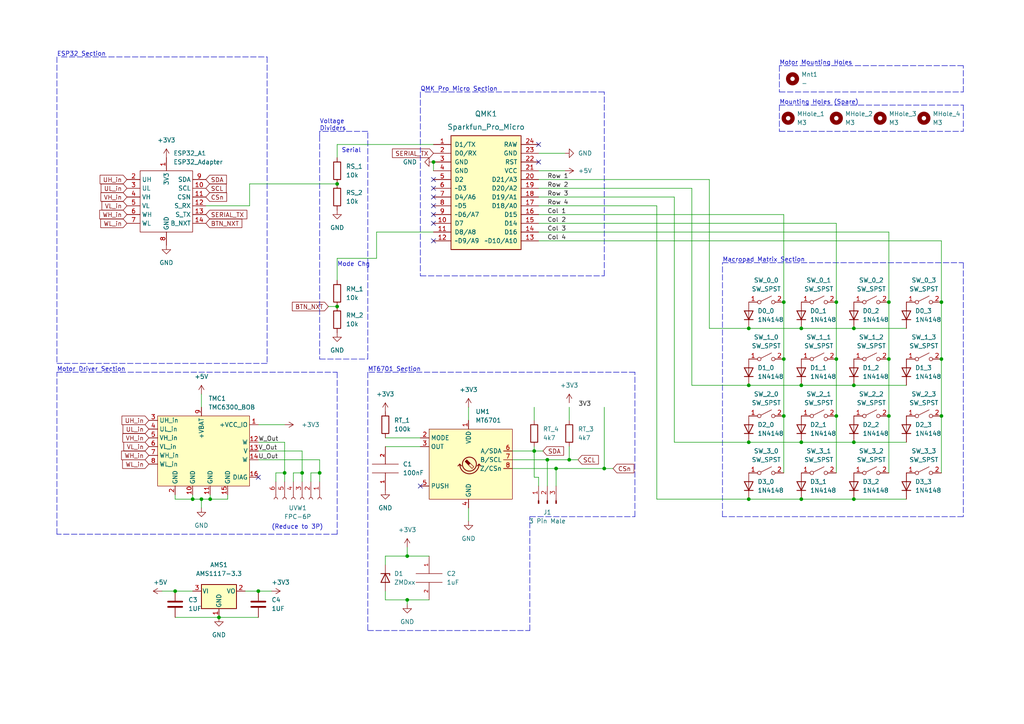
<source format=kicad_sch>
(kicad_sch (version 20211123) (generator eeschema)
  (paper "A4")
  (title_block (title "Scroller One") (date "2022-10-27") (rev "1.0"))
  (lib_symbols
    (symbol "Arduino Pro Micro:Sparkfun_Pro_Micro" (pin_names (offset 1.016))
      (property "Reference" "U" (at -8.89 21.59 0))
      (property "Value" "Sparkfun_Pro_Micro" (at 0 19.05 0))
      (symbol "Sparkfun_Pro_Micro_0_1"
        (rectangle (start -10.16 17.78) (end 10.16 -15.24) (stroke (width 0.254)) (fill (type background)))
      )
      (symbol "Sparkfun_Pro_Micro_1_1"
        (pin bidirectional line (at -15.24 15.24 0) (length 5.08) (name "D1/TX") (number "1"))
        (pin bidirectional line (at -15.24 -7.62 0) (length 5.08) (name "D7") (number "10"))
        (pin bidirectional line (at -15.24 -10.16 0) (length 5.08) (name "D8/A8") (number "11"))
        (pin bidirectional line (at -15.24 -12.7 0) (length 5.08) (name "~D9/A9") (number "12"))
        (pin bidirectional line (at 15.24 -12.7 180) (length 5.08) (name "~D10/A10") (number "13"))
        (pin bidirectional line (at 15.24 -10.16 180) (length 5.08) (name "D16") (number "14"))
        (pin bidirectional line (at 15.24 -7.62 180) (length 5.08) (name "D14") (number "15"))
        (pin bidirectional line (at 15.24 -5.08 180) (length 5.08) (name "D15") (number "16"))
        (pin bidirectional line (at 15.24 -2.54 180) (length 5.08) (name "D18/A0") (number "17"))
        (pin bidirectional line (at 15.24 0 180) (length 5.08) (name "D19/A1") (number "18"))
        (pin bidirectional line (at 15.24 2.54 180) (length 5.08) (name "D20/A2") (number "19"))
        (pin bidirectional line (at -15.24 12.7 0) (length 5.08) (name "D0/RX") (number "2"))
        (pin bidirectional line (at 15.24 5.08 180) (length 5.08) (name "D21/A3") (number "20"))
        (pin power_in line (at 15.24 7.62 180) (length 5.08) (name "VCC") (number "21"))
        (pin input line (at 15.24 10.16 180) (length 5.08) (name "RST") (number "22"))
        (pin power_in line (at 15.24 12.7 180) (length 5.08) (name "GND") (number "23"))
        (pin power_in line (at 15.24 15.24 180) (length 5.08) (name "RAW") (number "24"))
        (pin power_in line (at -15.24 10.16 0) (length 5.08) (name "GND") (number "3"))
        (pin power_in line (at -15.24 7.62 0) (length 5.08) (name "GND") (number "4"))
        (pin bidirectional line (at -15.24 5.08 0) (length 5.08) (name "D2") (number "5"))
        (pin bidirectional line (at -15.24 2.54 0) (length 5.08) (name "~D3") (number "6"))
        (pin bidirectional line (at -15.24 0 0) (length 5.08) (name "D4/A6") (number "7"))
        (pin bidirectional line (at -15.24 -2.54 0) (length 5.08) (name "~D5") (number "8"))
        (pin bidirectional line (at -15.24 -5.08 0) (length 5.08) (name "~D6/A7") (number "9"))
      )
    )
    (symbol "Connector:Conn_01x03_Male" (pin_names (offset 1.016) hide)
      (property "Reference" "J" (at 0 5.08 0))
      (property "Value" "Conn_01x03_Male" (at 0 -5.08 0))
      (symbol "Conn_01x03_Male_1_1"
        (polyline (pts (xy 1.27 -2.54) (xy 0.8636 -2.54)) (stroke (width 0.1524)))
        (polyline (pts (xy 1.27 0) (xy 0.8636 0)) (stroke (width 0.1524)))
        (polyline (pts (xy 1.27 2.54) (xy 0.8636 2.54)) (stroke (width 0.1524)))
        (rectangle (start 0.8636 -2.413) (end 0 -2.667) (stroke (width 0.1524)) (fill (type outline)))
        (rectangle (start 0.8636 0.127) (end 0 -0.127) (stroke (width 0.1524)) (fill (type outline)))
        (rectangle (start 0.8636 2.667) (end 0 2.413) (stroke (width 0.1524)) (fill (type outline)))
        (pin passive line (at 5.08 2.54 180) (length 3.81) (name "Pin_1") (number "1"))
        (pin passive line (at 5.08 0 180) (length 3.81) (name "Pin_2") (number "2"))
        (pin passive line (at 5.08 -2.54 180) (length 3.81) (name "Pin_3") (number "3"))
      )
    )
    (symbol "Connector:Conn_01x06_Female" (pin_names (offset 1.016) hide)
      (property "Reference" "J" (at 0 7.62 0))
      (property "Value" "Conn_01x06_Female" (at 0 -10.16 0))
      (symbol "Conn_01x06_Female_1_1"
        (arc (start 0 -7.112) (mid -0.508 -7.62) (end 0 -8.128) (stroke (width 0.1524)))
        (arc (start 0 -4.572) (mid -0.508 -5.08) (end 0 -5.588) (stroke (width 0.1524)))
        (arc (start 0 -2.032) (mid -0.508 -2.54) (end 0 -3.048) (stroke (width 0.1524)))
        (polyline (pts (xy -1.27 -7.62) (xy -0.508 -7.62)) (stroke (width 0.1524)))
        (polyline (pts (xy -1.27 -5.08) (xy -0.508 -5.08)) (stroke (width 0.1524)))
        (polyline (pts (xy -1.27 -2.54) (xy -0.508 -2.54)) (stroke (width 0.1524)))
        (polyline (pts (xy -1.27 0) (xy -0.508 0)) (stroke (width 0.1524)))
        (polyline (pts (xy -1.27 2.54) (xy -0.508 2.54)) (stroke (width 0.1524)))
        (polyline (pts (xy -1.27 5.08) (xy -0.508 5.08)) (stroke (width 0.1524)))
        (arc (start 0 0.508) (mid -0.508 0) (end 0 -0.508) (stroke (width 0.1524)))
        (arc (start 0 3.048) (mid -0.508 2.54) (end 0 2.032) (stroke (width 0.1524)))
        (arc (start 0 5.588) (mid -0.508 5.08) (end 0 4.572) (stroke (width 0.1524)))
        (pin passive line (at -5.08 5.08 0) (length 3.81) (name "Pin_1") (number "1"))
        (pin passive line (at -5.08 2.54 0) (length 3.81) (name "Pin_2") (number "2"))
        (pin passive line (at -5.08 0 0) (length 3.81) (name "Pin_3") (number "3"))
        (pin passive line (at -5.08 -2.54 0) (length 3.81) (name "Pin_4") (number "4"))
        (pin passive line (at -5.08 -5.08 0) (length 3.81) (name "Pin_5") (number "5"))
        (pin passive line (at -5.08 -7.62 0) (length 3.81) (name "Pin_6") (number "6"))
      )
    )
    (symbol "Device:C" (pin_numbers hide) (pin_names (offset 0.254))
      (property "Reference" "C" (at 0.635 2.54 0))
      (property "Value" "C" (at 0.635 -2.54 0))
      (symbol "C_0_1"
        (polyline (pts (xy -2.032 -0.762) (xy 2.032 -0.762)) (stroke (width 0.508)))
        (polyline (pts (xy -2.032 0.762) (xy 2.032 0.762)) (stroke (width 0.508)))
      )
      (symbol "C_1_1"
        (pin passive line (at 0 3.81 270) (length 2.794) (name "~") (number "1"))
        (pin passive line (at 0 -3.81 90) (length 2.794) (name "~") (number "2"))
      )
    )
    (symbol "Device:R" (pin_numbers hide) (pin_names (offset 0))
      (property "Reference" "R" (at 2.032 0 90))
      (property "Value" "R" (at 0 0 90))
      (symbol "R_0_1"
        (rectangle (start -1.016 -2.54) (end 1.016 2.54) (stroke (width 0.254)))
      )
      (symbol "R_1_1"
        (pin passive line (at 0 3.81 270) (length 1.27) (name "~") (number "1"))
        (pin passive line (at 0 -3.81 90) (length 1.27) (name "~") (number "2"))
      )
    )
    (symbol "Diode:1N4148" (pin_numbers hide) (pin_names (offset 1.016) hide)
      (property "Reference" "D" (at 0 2.54 0))
      (property "Value" "1N4148" (at 0 -2.54 0))
      (symbol "1N4148_0_1"
        (polyline (pts (xy -1.27 1.27) (xy -1.27 -1.27)) (stroke (width 0.254)))
        (polyline (pts (xy 1.27 0) (xy -1.27 0)))
        (polyline (pts (xy 1.27 1.27) (xy 1.27 -1.27) (xy -1.27 0) (xy 1.27 1.27)) (stroke (width 0.254)))
      )
      (symbol "1N4148_1_1"
        (pin passive line (at -3.81 0 0) (length 2.54) (name "K") (number "1"))
        (pin passive line (at 3.81 0 180) (length 2.54) (name "A") (number "2"))
      )
    )
    (symbol "Diode:ZMDxx" (pin_numbers hide) (pin_names (offset 1.016) hide)
      (property "Reference" "D" (at 0 2.54 0))
      (property "Value" "ZMDxx" (at 0 -2.54 0))
      (symbol "ZMDxx_0_1"
        (polyline (pts (xy 1.27 0) (xy -1.27 0)))
        (polyline (pts (xy -1.27 -1.27) (xy -1.27 1.27) (xy -0.762 1.27)) (stroke (width 0.254)))
        (polyline (pts (xy 1.27 -1.27) (xy 1.27 1.27) (xy -1.27 0) (xy 1.27 -1.27)) (stroke (width 0.254)))
      )
      (symbol "ZMDxx_1_1"
        (pin passive line (at -3.81 0 0) (length 2.54) (name "K") (number "1"))
        (pin passive line (at 3.81 0 180) (length 2.54) (name "A") (number "2"))
      )
    )
    (symbol "MT6701:MT6701"
      (property "Reference" "U" (at 10.16 11.43 0))
      (property "Value" "MT6701" (at 10.16 13.97 0))
      (symbol "MT6701_0_1"
        (rectangle (start -11.43 10.16) (end 12.7 -10.16) (fill (type background)))
        (arc (start -2.54 0) (mid 0.254 -2.794) (end 3.048 0) (stroke (width 0.254)))
        (polyline (pts (xy -2.54 0) (xy -3.048 -0.508)) (stroke (width 0.254)))
        (polyline (pts (xy -2.54 0) (xy -2.032 -0.508)) (stroke (width 0.254)))
        (polyline (pts (xy 3.048 0) (xy 2.54 -0.508)) (stroke (width 0.254)))
        (polyline (pts (xy 3.048 0) (xy 3.556 -0.508)) (stroke (width 0.254)))
      )
      (symbol "MT6701_1_1"
        (polyline (pts (xy 0.508 0.254) (xy 1.524 -0.762) (xy 1.016 -1.27) (xy 0 -0.254)))
        (polyline (pts (xy -0.508 1.27) (xy 0.508 0.254) (xy 0 -0.254) (xy -1.016 0.762) (xy -0.762 1.016) (xy -0.508 1.27) (xy -0.381 1.143)) (fill (type outline)))
        (circle (center 0.254 0) (radius 2.032) (stroke (width 0.254)))
        (pin power_in line (at 0 12.7 270) (length 2.54) (name "VDD") (number "1"))
        (pin input line (at -13.97 7.62 0) (length 2.54) (name "MODE") (number "2"))
        (pin input line (at -13.97 5.08 0) (length 2.54) (name "OUT") (number "3"))
        (pin power_in line (at 0 -12.7 90) (length 2.54) (name "GND") (number "4"))
        (pin input line (at -13.97 -6.35 0) (length 2.54) (name "PUSH") (number "5"))
        (pin bidirectional line (at 12.7 3.81 180) (length 2.54) (name "A/SDA") (number "6"))
        (pin bidirectional line (at 12.7 1.27 180) (length 2.54) (name "B/SCL") (number "7"))
        (pin bidirectional line (at 12.7 -1.27 180) (length 2.54) (name "Z/CSn") (number "8"))
      )
    )
    (symbol "Mechanical:MountingHole" (pin_names (offset 1.016))
      (property "Reference" "H" (at 0 5.08 0))
      (property "Value" "MountingHole" (at 0 3.175 0))
      (symbol "MountingHole_0_1"
        (circle (center 0 0) (radius 1.27) (stroke (width 1.27)))
      )
    )
    (symbol "Regulator_Linear:AMS1117-3.3" (pin_names (offset 0.254))
      (property "Reference" "U" (at -3.81 3.175 0))
      (property "Value" "AMS1117-3.3" (at 0 3.175 0))
      (symbol "AMS1117-3.3_0_1"
        (rectangle (start -5.08 -5.08) (end 5.08 1.905) (stroke (width 0.254)) (fill (type background)))
      )
      (symbol "AMS1117-3.3_1_1"
        (pin power_in line (at 0 -7.62 90) (length 2.54) (name "GND") (number "1"))
        (pin power_out line (at 7.62 0 180) (length 2.54) (name "VO") (number "2"))
        (pin power_in line (at -7.62 0 0) (length 2.54) (name "VI") (number "3"))
      )
    )
    (symbol "Switch:SW_SPST" (pin_names (offset 0) hide)
      (property "Reference" "SW" (at 0 3.175 0))
      (property "Value" "SW_SPST" (at 0 -2.54 0))
      (symbol "SW_SPST_0_0"
        (circle (center -2.032 0) (radius 0.508))
        (polyline (pts (xy -1.524 0.254) (xy 1.524 1.778)))
        (circle (center 2.032 0) (radius 0.508))
      )
      (symbol "SW_SPST_1_1"
        (pin passive line (at -5.08 0 0) (length 2.54) (name "A") (number "1"))
        (pin passive line (at 5.08 0 180) (length 2.54) (name "B") (number "2"))
      )
    )
    (symbol "TMC6300_BOB:TMC6300_BOB"
      (property "Reference" "U" (at 10.16 12.7 0))
      (property "Value" "TMC6300_BOB" (at 10.16 15.24 0))
      (symbol "TMC6300_BOB_0_1"
        (rectangle (start -12.7 10.16) (end 13.97 -10.16) (fill (type background)))
      )
      (symbol "TMC6300_BOB_1_1"
        (pin input line (at 16.51 7.62 180) (length 2.54) (name "+VCC_IO") (number "1"))
        (pin power_in line (at -2.54 -12.7 90) (length 2.54) (name "GND") (number "10"))
        (pin power_in line (at 2.54 -12.7 90) (length 2.54) (name "GND") (number "11"))
        (pin output line (at 16.51 2.54 180) (length 2.54) (name "W") (number "12"))
        (pin output line (at 16.51 0 180) (length 2.54) (name "V") (number "13"))
        (pin output line (at 16.51 -2.54 180) (length 2.54) (name "W") (number "14"))
        (pin power_in line (at 7.62 -12.7 90) (length 2.54) (name "GND") (number "15"))
        (pin output line (at 16.51 -7.62 180) (length 2.54) (name "DIAG") (number "16"))
        (pin power_in line (at -7.62 -12.7 90) (length 2.54) (name "GND") (number "2"))
        (pin input line (at -15.24 8.89 0) (length 2.54) (name "UH_in") (number "3"))
        (pin input line (at -15.24 6.35 0) (length 2.54) (name "UL_in") (number "4"))
        (pin input line (at -15.24 3.81 0) (length 2.54) (name "VH_in") (number "5"))
        (pin input line (at -15.24 1.27 0) (length 2.54) (name "VL_in") (number "6"))
        (pin input line (at -15.24 -1.27 0) (length 2.54) (name "WH_in") (number "7"))
        (pin input line (at -15.24 -3.81 0) (length 2.54) (name "WL_in") (number "8"))
        (pin power_in line (at 0 12.7 270) (length 2.54) (name "+VBAT") (number "9"))
      )
    )
    (symbol "Wemos S2 Mini (BETA):ESP32_Adapter"
      (property "Reference" "U" (at 2.54 11.43 0))
      (property "Value" "ESP32_Adapter" (at 8.89 8.89 0))
      (symbol "ESP32_Adapter_0_1"
        (rectangle (start -7.62 7.62) (end 7.62 -10.16))
      )
      (symbol "ESP32_Adapter_1_1"
        (pin passive line (at 0 11.43 270) (length 3.81) (name "3V3") (number "1"))
        (pin passive line (at 11.43 2.54 180) (length 3.81) (name "SCL") (number "10"))
        (pin passive line (at 11.43 0 180) (length 3.81) (name "CSN") (number "11"))
        (pin passive line (at 11.43 -2.54 180) (length 3.81) (name "S_RX") (number "12"))
        (pin passive line (at 11.43 -5.08 180) (length 3.81) (name "S_TX") (number "13"))
        (pin passive line (at 11.43 -7.62 180) (length 3.81) (name "B_NXT") (number "14"))
        (pin passive line (at -11.43 5.08 0) (length 3.81) (name "UH") (number "2"))
        (pin passive line (at -11.43 2.54 0) (length 3.81) (name "UL") (number "3"))
        (pin passive line (at -11.43 0 0) (length 3.81) (name "VH") (number "4"))
        (pin passive line (at -11.43 -2.54 0) (length 3.81) (name "VL") (number "5"))
        (pin passive line (at -11.43 -5.08 0) (length 3.81) (name "WH") (number "6"))
        (pin passive line (at -11.43 -7.62 0) (length 3.81) (name "WL") (number "7"))
        (pin passive line (at 0 -13.97 90) (length 3.81) (name "GND") (number "8"))
        (pin passive line (at 11.43 5.08 180) (length 3.81) (name "SDA") (number "9"))
      )
    )
    (symbol "power:+3.3V" (power) (pin_names (offset 0))
      (property "Value" "+3.3V" (at 0 3.556 0))
      (symbol "+3.3V_0_1"
        (polyline (pts (xy -0.762 1.27) (xy 0 2.54)))
        (polyline (pts (xy 0 0) (xy 0 2.54)))
        (polyline (pts (xy 0 2.54) (xy 0.762 1.27)))
      )
      (symbol "+3.3V_1_1"
        (pin power_in line (at 0 0 90) (length 0) hide (name "+3V3") (number "1"))
      )
    )
    (symbol "power:+3V3" (power) (pin_names (offset 0))
      (property "Value" "+3V3" (at 0 3.556 0))
      (symbol "+3V3_0_1"
        (polyline (pts (xy -0.762 1.27) (xy 0 2.54)))
        (polyline (pts (xy 0 0) (xy 0 2.54)))
        (polyline (pts (xy 0 2.54) (xy 0.762 1.27)))
      )
      (symbol "+3V3_1_1"
        (pin power_in line (at 0 0 90) (length 0) hide (name "+3V3") (number "1"))
      )
    )
    (symbol "power:+5V" (power) (pin_names (offset 0))
      (property "Value" "+5V" (at 0 3.556 0))
      (symbol "+5V_0_1"
        (polyline (pts (xy -0.762 1.27) (xy 0 2.54)))
        (polyline (pts (xy 0 0) (xy 0 2.54)))
        (polyline (pts (xy 0 2.54) (xy 0.762 1.27)))
      )
      (symbol "+5V_1_1"
        (pin power_in line (at 0 0 90) (length 0) hide (name "+5V") (number "1"))
      )
    )
    (symbol "power:GND" (power) (pin_names (offset 0))
      (property "Value" "GND" (at 0 -3.81 0))
      (symbol "GND_0_1"
        (polyline (pts (xy 0 0) (xy 0 -1.27) (xy 1.27 -1.27) (xy 0 -2.54) (xy -1.27 -1.27) (xy 0 -1.27)))
      )
      (symbol "GND_1_1"
        (pin power_in line (at 0 0 270) (length 0) hide (name "GND") (number "1"))
      )
    )
    (symbol "pspice:CAP" (pin_names (offset 0.254))
      (property "Reference" "C" (at 2.54 3.81 90))
      (property "Value" "CAP" (at 2.54 -3.81 90))
      (symbol "CAP_0_1"
        (polyline (pts (xy -3.81 -1.27) (xy 3.81 -1.27)))
        (polyline (pts (xy -3.81 1.27) (xy 3.81 1.27)))
      )
      (symbol "CAP_1_1"
        (pin passive line (at 0 6.35 270) (length 5.08) (name "~") (number "1"))
        (pin passive line (at 0 -6.35 90) (length 5.08) (name "~") (number "2"))
      )
    )
  )
  (junction (at 217.17 111.76))
  (junction (at 158.75 133.35))
  (junction (at 118.11 161.29))
  (junction (at 60.96 144.78))
  (junction (at 227.33 120.65))
  (junction (at 257.81 104.14))
  (junction (at 247.65 128.27))
  (junction (at 161.29 135.89))
  (junction (at 217.17 128.27))
  (junction (at 247.65 144.78))
  (junction (at 273.05 120.65))
  (junction (at 273.05 104.14))
  (junction (at 154.94 130.81))
  (junction (at 217.17 95.25))
  (junction (at 257.81 120.65))
  (junction (at 118.11 173.99))
  (junction (at 242.57 87.63))
  (junction (at 232.41 144.78))
  (junction (at 97.79 53.34))
  (junction (at 232.41 111.76))
  (junction (at 273.05 87.63))
  (junction (at 125.73 46.99))
  (junction (at 50.8 171.45))
  (junction (at 227.33 87.63))
  (junction (at 175.26 135.89))
  (junction (at 217.17 144.78))
  (junction (at 242.57 120.65))
  (junction (at 242.57 104.14))
  (junction (at 247.65 95.25))
  (junction (at 87.63 137.16))
  (junction (at 92.71 137.16))
  (junction (at 232.41 128.27))
  (junction (at 74.93 171.45))
  (junction (at 82.55 137.16))
  (junction (at 257.81 87.63))
  (junction (at 55.88 144.78))
  (junction (at 97.79 88.9))
  (junction (at 58.42 144.78))
  (junction (at 232.41 95.25))
  (junction (at 227.33 104.14))
  (junction (at 247.65 111.76))
  (junction (at 63.5 179.07))
  (junction (at 165.1 133.35))
  (no_connect (at 74.93 138.43))
  (no_connect (at 121.92 140.97))
  (no_connect (at 156.21 46.99))
  (no_connect (at 125.73 69.85))
  (no_connect (at 125.73 54.61))
  (no_connect (at 125.73 52.07))
  (no_connect (at 125.73 64.77))
  (no_connect (at 125.73 57.15))
  (no_connect (at 125.73 59.69))
  (no_connect (at 125.73 62.23))
  (no_connect (at 156.21 41.91))
  (wire (pts (xy 63.5 179.07) (xy 74.93 179.07)))
  (wire (pts (xy 175.26 135.89) (xy 177.8 135.89)))
  (wire (pts (xy 111.76 127) (xy 121.92 127)))
  (wire (pts (xy 217.17 95.25) (xy 232.41 95.25)))
  (wire (pts (xy 158.75 133.35) (xy 158.75 140.97)))
  (wire (pts (xy 190.5 144.78) (xy 217.17 144.78)))
  (wire (pts (xy 200.66 111.76) (xy 217.17 111.76)))
  (wire (pts (xy 97.79 74.93) (xy 97.79 81.28)))
  (wire (pts (xy 92.71 139.7) (xy 92.71 137.16)))
  (polyline (pts (xy 92.71 38.1) (xy 92.71 39.37)))
  (polyline (pts (xy 106.68 182.88) (xy 153.67 182.88)))
  (polyline (pts (xy 97.79 107.95) (xy 97.79 154.94)))
  (wire (pts (xy 257.81 120.65) (xy 257.81 137.16)))
  (wire (pts (xy 125.73 67.31) (xy 109.22 67.31)))
  (polyline (pts (xy 16.51 16.51) (xy 16.51 105.41)))
  (wire (pts (xy 227.33 62.23) (xy 227.33 87.63)))
  (wire (pts (xy 74.93 171.45) (xy 78.74 171.45)))
  (wire (pts (xy 118.11 161.29) (xy 118.11 158.75)))
  (wire (pts (xy 148.59 133.35) (xy 158.75 133.35)))
  (wire (pts (xy 87.63 137.16) (xy 85.09 137.16)))
  (polyline (pts (xy 153.67 182.88) (xy 153.67 149.86)))
  (polyline (pts (xy 121.92 26.67) (xy 121.92 80.01)))
  (wire (pts (xy 232.41 144.78) (xy 247.65 144.78)))
  (wire (pts (xy 124.46 173.99) (xy 118.11 173.99)))
  (wire (pts (xy 227.33 104.14) (xy 227.33 120.65)))
  (wire (pts (xy 156.21 62.23) (xy 227.33 62.23)))
  (wire (pts (xy 74.93 133.35) (xy 92.71 133.35)))
  (polyline (pts (xy 106.68 38.1) (xy 92.71 38.1)))
  (wire (pts (xy 82.55 128.27) (xy 82.55 137.16)))
  (wire (pts (xy 66.04 143.51) (xy 66.04 144.78)))
  (wire (pts (xy 217.17 144.78) (xy 232.41 144.78)))
  (wire (pts (xy 72.39 59.69) (xy 72.39 53.34)))
  (wire (pts (xy 242.57 64.77) (xy 242.57 87.63)))
  (polyline (pts (xy 226.06 30.48) (xy 226.06 38.1)))
  (wire (pts (xy 156.21 69.85) (xy 273.05 69.85)))
  (polyline (pts (xy 16.51 107.95) (xy 97.79 107.95)))
  (polyline (pts (xy 226.06 19.05) (xy 226.06 26.67)))
  (wire (pts (xy 257.81 67.31) (xy 257.81 87.63)))
  (wire (pts (xy 148.59 135.89) (xy 161.29 135.89)))
  (polyline (pts (xy 226.06 38.1) (xy 279.4 38.1)))
  (wire (pts (xy 156.21 64.77) (xy 242.57 64.77)))
  (wire (pts (xy 205.74 52.07) (xy 205.74 95.25)))
  (wire (pts (xy 154.94 121.92) (xy 154.94 118.11)))
  (wire (pts (xy 55.88 144.78) (xy 58.42 144.78)))
  (wire (pts (xy 156.21 59.69) (xy 190.5 59.69)))
  (wire (pts (xy 74.93 128.27) (xy 82.55 128.27)))
  (wire (pts (xy 247.65 95.25) (xy 262.89 95.25)))
  (polyline (pts (xy 16.51 154.94) (xy 16.51 107.95)))
  (wire (pts (xy 247.65 128.27) (xy 262.89 128.27)))
  (polyline (pts (xy 92.71 104.14) (xy 106.68 104.14)))
  (wire (pts (xy 58.42 144.78) (xy 58.42 147.32)))
  (wire (pts (xy 161.29 135.89) (xy 175.26 135.89)))
  (wire (pts (xy 232.41 95.25) (xy 247.65 95.25)))
  (wire (pts (xy 247.65 144.78) (xy 262.89 144.78)))
  (polyline (pts (xy 226.06 30.48) (xy 279.4 30.48)))
  (wire (pts (xy 195.58 128.27) (xy 217.17 128.27)))
  (wire (pts (xy 125.73 41.91) (xy 97.79 41.91)))
  (wire (pts (xy 50.8 179.07) (xy 63.5 179.07)))
  (wire (pts (xy 109.22 74.93) (xy 97.79 74.93)))
  (wire (pts (xy 273.05 120.65) (xy 273.05 137.16)))
  (wire (pts (xy 111.76 163.83) (xy 111.76 161.29)))
  (wire (pts (xy 190.5 59.69) (xy 190.5 144.78)))
  (wire (pts (xy 87.63 137.16) (xy 87.63 130.81)))
  (wire (pts (xy 60.96 143.51) (xy 60.96 144.78)))
  (polyline (pts (xy 279.4 76.2) (xy 279.4 149.86)))
  (wire (pts (xy 97.79 41.91) (xy 97.79 45.72)))
  (wire (pts (xy 154.94 130.81) (xy 154.94 129.54)))
  (wire (pts (xy 50.8 143.51) (xy 50.8 144.78)))
  (wire (pts (xy 156.21 52.07) (xy 205.74 52.07)))
  (wire (pts (xy 80.01 137.16) (xy 80.01 139.7)))
  (wire (pts (xy 205.74 95.25) (xy 217.17 95.25)))
  (polyline (pts (xy 106.68 107.95) (xy 106.68 182.88)))
  (wire (pts (xy 257.81 87.63) (xy 257.81 104.14)))
  (polyline (pts (xy 106.68 104.14) (xy 106.68 38.1)))
  (wire (pts (xy 111.76 171.45) (xy 111.76 173.99)))
  (wire (pts (xy 118.11 173.99) (xy 118.11 175.26)))
  (wire (pts (xy 87.63 130.81) (xy 74.93 130.81)))
  (wire (pts (xy 273.05 69.85) (xy 273.05 87.63)))
  (polyline (pts (xy 279.4 149.86) (xy 209.55 149.86)))
  (wire (pts (xy 257.81 104.14) (xy 257.81 120.65)))
  (wire (pts (xy 124.46 161.29) (xy 118.11 161.29)))
  (wire (pts (xy 46.99 171.45) (xy 50.8 171.45)))
  (polyline (pts (xy 153.67 149.86) (xy 184.15 149.86)))
  (wire (pts (xy 50.8 171.45) (xy 55.88 171.45)))
  (wire (pts (xy 111.76 129.54) (xy 121.92 129.54)))
  (polyline (pts (xy 209.55 149.86) (xy 209.55 76.2)))
  (wire (pts (xy 227.33 120.65) (xy 227.33 137.16)))
  (wire (pts (xy 55.88 143.51) (xy 55.88 144.78)))
  (wire (pts (xy 242.57 87.63) (xy 242.57 104.14)))
  (wire (pts (xy 111.76 173.99) (xy 118.11 173.99)))
  (wire (pts (xy 71.12 171.45) (xy 74.93 171.45)))
  (wire (pts (xy 90.17 137.16) (xy 90.17 139.7)))
  (wire (pts (xy 242.57 120.65) (xy 242.57 137.16)))
  (wire (pts (xy 165.1 118.11) (xy 165.1 121.92)))
  (wire (pts (xy 60.96 144.78) (xy 58.42 144.78)))
  (wire (pts (xy 156.21 138.43) (xy 156.21 140.97)))
  (polyline (pts (xy 92.71 39.37) (xy 92.71 104.14)))
  (wire (pts (xy 82.55 139.7) (xy 82.55 137.16)))
  (wire (pts (xy 92.71 133.35) (xy 92.71 137.16)))
  (wire (pts (xy 161.29 135.89) (xy 161.29 140.97)))
  (polyline (pts (xy 226.06 26.67) (xy 279.4 26.67)))
  (wire (pts (xy 156.21 54.61) (xy 200.66 54.61)))
  (polyline (pts (xy 279.4 26.67) (xy 279.4 19.05)))
  (wire (pts (xy 58.42 114.3) (xy 58.42 118.11)))
  (wire (pts (xy 125.73 46.99) (xy 125.73 49.53)))
  (wire (pts (xy 156.21 57.15) (xy 195.58 57.15)))
  (wire (pts (xy 156.21 67.31) (xy 257.81 67.31)))
  (wire (pts (xy 92.71 137.16) (xy 90.17 137.16)))
  (wire (pts (xy 273.05 104.14) (xy 273.05 120.65)))
  (wire (pts (xy 154.94 130.81) (xy 157.48 130.81)))
  (wire (pts (xy 87.63 139.7) (xy 87.63 137.16)))
  (wire (pts (xy 95.25 88.9) (xy 97.79 88.9)))
  (wire (pts (xy 217.17 111.76) (xy 232.41 111.76)))
  (wire (pts (xy 59.69 59.69) (xy 72.39 59.69)))
  (wire (pts (xy 154.94 130.81) (xy 154.94 138.43)))
  (polyline (pts (xy 279.4 30.48) (xy 279.4 38.1)))
  (wire (pts (xy 242.57 104.14) (xy 242.57 120.65)))
  (polyline (pts (xy 184.15 107.95) (xy 106.68 107.95)))
  (wire (pts (xy 148.59 130.81) (xy 154.94 130.81)))
  (polyline (pts (xy 77.47 105.41) (xy 16.51 105.41)))
  (wire (pts (xy 154.94 138.43) (xy 156.21 138.43)))
  (wire (pts (xy 227.33 87.63) (xy 227.33 104.14)))
  (wire (pts (xy 217.17 128.27) (xy 232.41 128.27)))
  (wire (pts (xy 200.66 54.61) (xy 200.66 111.76)))
  (wire (pts (xy 175.26 118.11) (xy 175.26 135.89)))
  (wire (pts (xy 156.21 44.45) (xy 163.83 44.45)))
  (wire (pts (xy 66.04 144.78) (xy 60.96 144.78)))
  (polyline (pts (xy 77.47 16.51) (xy 77.47 105.41)))
  (wire (pts (xy 165.1 133.35) (xy 167.64 133.35)))
  (wire (pts (xy 109.22 67.31) (xy 109.22 74.93)))
  (wire (pts (xy 74.93 123.19) (xy 82.55 123.19)))
  (wire (pts (xy 273.05 87.63) (xy 273.05 104.14)))
  (polyline (pts (xy 175.26 80.01) (xy 175.26 26.67)))
  (wire (pts (xy 195.58 57.15) (xy 195.58 128.27)))
  (wire (pts (xy 232.41 128.27) (xy 247.65 128.27)))
  (polyline (pts (xy 97.79 154.94) (xy 16.51 154.94)))
  (polyline (pts (xy 279.4 19.05) (xy 226.06 19.05)))
  (polyline (pts (xy 17.78 16.51) (xy 77.47 16.51)))
  (polyline (pts (xy 184.15 149.86) (xy 184.15 107.95)))
  (wire (pts (xy 135.89 147.32) (xy 135.89 151.13)))
  (wire (pts (xy 158.75 133.35) (xy 165.1 133.35)))
  (polyline (pts (xy 209.55 76.2) (xy 279.4 76.2)))
  (wire (pts (xy 232.41 111.76) (xy 247.65 111.76)))
  (wire (pts (xy 247.65 111.76) (xy 262.89 111.76)))
  (wire (pts (xy 165.1 133.35) (xy 165.1 129.54)))
  (polyline (pts (xy 175.26 26.67) (xy 123.19 26.67)))
  (wire (pts (xy 135.89 118.11) (xy 135.89 121.92)))
  (wire (pts (xy 50.8 144.78) (xy 55.88 144.78)))
  (wire (pts (xy 111.76 161.29) (xy 118.11 161.29)))
  (wire (pts (xy 156.21 49.53) (xy 163.83 49.53)))
  (polyline (pts (xy 121.92 80.01) (xy 175.26 80.01)))
  (wire (pts (xy 72.39 53.34) (xy 97.79 53.34)))
  (wire (pts (xy 85.09 137.16) (xy 85.09 139.7)))
  (wire (pts (xy 82.55 137.16) (xy 80.01 137.16)))
  (text "Macropad Matrix Section" (at 209.55 76.2 0) (effects (font (size 1.27 1.27)) (justify left bottom)))
  (text "Motor Mounting Holes" (at 226.06 19.05 0) (effects (font (size 1.27 1.27)) (justify left bottom)))
  (text "QMK Pro Micro Section" (at 121.92 26.67 0) (effects (font (size 1.27 1.27)) (justify left bottom)))
  (text "Motor Driver Section" (at 16.51 107.95 0) (effects (font (size 1.27 1.27)) (justify left bottom)))
  (text "Serial" (at 99.06 44.45 0) (effects (font (size 1.27 1.27)) (justify left bottom)))
  (text "Voltage\nDividers" (at 92.71 38.1 0) (effects (font (size 1.27 1.27)) (justify left bottom)))
  (text "MT6701 Section" (at 106.68 107.95 0) (effects (font (size 1.27 1.27)) (justify left bottom)))
  (text "Mode Chg" (at 97.79 77.47 0) (effects (font (size 1.27 1.27)) (justify left bottom)))
  (text "(Reduce to 3P)" (at 78.74 153.67 0) (effects (font (size 1.27 1.27)) (justify left bottom)))
  (text "ESP32 Section" (at 16.51 16.51 0) (effects (font (size 1.27 1.27)) (justify left bottom)))
  (text "Mounting Holes (Spare)" (at 226.06 30.48 0) (effects (font (size 1.27 1.27)) (justify left bottom)))
  (label "Col 4" (at 158.75 69.85 0))
  (label "3V3" (at 171.45 118.11 180))
  (label "Row 3" (at 158.75 57.15 0))
  (label "W_Out" (at 74.93 128.27 0))
  (label "Row 1" (at 158.75 52.07 0))
  (label "U_Out" (at 74.93 133.35 0))
  (label "Row 4" (at 158.75 59.69 0))
  (label "V_Out" (at 74.93 130.81 0))
  (label "Row 2" (at 158.75 54.61 0))
  (label "Col 1" (at 158.75 62.23 0))
  (label "Col 3" (at 158.75 67.31 0))
  (label "Col 2" (at 158.75 64.77 0))
  (global_label "VH_in" (shape input) (at 43.18 127 180) (property "Intersheet References" "${INTERSHEET_REFS}" (effects hide)))
  (global_label "UH_in" (shape input) (at 36.83 52.07 180) (property "Intersheet References" "${INTERSHEET_REFS}" (effects hide)))
  (global_label "WL_in" (shape input) (at 43.18 134.62 180) (property "Intersheet References" "${INTERSHEET_REFS}" (effects hide)))
  (global_label "SDA" (shape input) (at 157.48 130.81 0) (property "Intersheet References" "${INTERSHEET_REFS}" (effects hide)))
  (global_label "UH_in" (shape input) (at 43.18 121.92 180) (property "Intersheet References" "${INTERSHEET_REFS}" (effects hide)))
  (global_label "SCL" (shape input) (at 59.69 54.61 0) (property "Intersheet References" "${INTERSHEET_REFS}" (effects hide)))
  (global_label "SERIAL_TX" (shape input) (at 125.73 44.45 180) (property "Intersheet References" "${INTERSHEET_REFS}" (effects hide)))
  (global_label "CSn" (shape input) (at 59.69 57.15 0) (property "Intersheet References" "${INTERSHEET_REFS}" (effects hide)))
  (global_label "WH_in" (shape input) (at 43.18 132.08 180) (property "Intersheet References" "${INTERSHEET_REFS}" (effects hide)))
  (global_label "VL_in" (shape input) (at 36.83 59.69 180) (property "Intersheet References" "${INTERSHEET_REFS}" (effects hide)))
  (global_label "BTN_NXT" (shape input) (at 59.69 64.77 0) (property "Intersheet References" "${INTERSHEET_REFS}" (effects hide)))
  (global_label "VH_in" (shape input) (at 36.83 57.15 180) (property "Intersheet References" "${INTERSHEET_REFS}" (effects hide)))
  (global_label "SCL" (shape input) (at 167.64 133.35 0) (property "Intersheet References" "${INTERSHEET_REFS}" (effects hide)))
  (global_label "SDA" (shape input) (at 59.69 52.07 0) (property "Intersheet References" "${INTERSHEET_REFS}" (effects hide)))
  (global_label "CSn" (shape input) (at 177.8 135.89 0) (property "Intersheet References" "${INTERSHEET_REFS}" (effects hide)))
  (global_label "BTN_NXT" (shape input) (at 95.25 88.9 180) (property "Intersheet References" "${INTERSHEET_REFS}" (effects hide)))
  (global_label "SERIAL_TX" (shape input) (at 59.69 62.23 0) (property "Intersheet References" "${INTERSHEET_REFS}" (effects hide)))
  (global_label "UL_in" (shape input) (at 36.83 54.61 180) (property "Intersheet References" "${INTERSHEET_REFS}" (effects hide)))
  (global_label "WL_in" (shape input) (at 36.83 64.77 180) (property "Intersheet References" "${INTERSHEET_REFS}" (effects hide)))
  (global_label "VL_in" (shape input) (at 43.18 129.54 180) (property "Intersheet References" "${INTERSHEET_REFS}" (effects hide)))
  (global_label "UL_in" (shape input) (at 43.18 124.46 180) (property "Intersheet References" "${INTERSHEET_REFS}" (effects hide)))
  (global_label "WH_in" (shape input) (at 36.83 62.23 180) (property "Intersheet References" "${INTERSHEET_REFS}" (effects hide)))
  (symbol (lib_id "TMC6300_BOB:TMC6300_BOB") (at 58.42 130.81 0) (unit 1)
    (property "Reference" "TMC1" (at 60.4394 115.57 0) (effects (justify left)))
    (property "Value" "TMC6300_BOB" (at 60.4394 118.11 0) (effects (justify left)))
    (property "Footprint" "TMC6300_BOB:TMC6300_BOB" (effects hide))
    (property "Datasheet" "https://www.trinamic.com/fileadmin/assets/Products/Eval_Documents/TMC6300-BOB_datasheet_rev1.00.pdf" (effects hide))
  )
  (symbol (lib_id "power:GND") (at 111.76 142.24 0) (unit 1)
    (property "Reference" "#PWR010" (effects hide))
    (property "Value" "GND" (at 111.76 147.32 0))
  )
  (symbol (lib_id "power:+3.3V") (at 135.89 118.11 0) (unit 1)
    (property "Reference" "#PWR013" (effects hide))
    (property "Value" "+3.3V" (at 135.89 113.03 0))
  )
  (symbol (lib_id "Switch:SW_SPST") (at 237.49 120.65 0) (unit 1)
    (property "Reference" "SW_2_1" (at 237.49 114.3 0))
    (property "Value" "SW_SPST" (at 237.49 116.84 0))
    (property "Footprint" "Kailh Hotswap:Kailh_socket_MX" (effects hide))
  )
  (symbol (lib_id "power:+3.3V") (at 82.55 123.19 270) (unit 1)
    (property "Reference" "#PWR06" (effects hide))
    (property "Value" "+3.3V" (at 92.71 123.19 90) (effects (justify right)))
  )
  (symbol (lib_id "power:+5V") (at 163.83 49.53 270) (unit 1)
    (property "Reference" "#PWR016" (effects hide))
    (property "Value" "+5V" (at 167.64 49.5299 90) (effects (justify left)))
  )
  (symbol (lib_id "Mechanical:MountingHole") (at 228.6 34.29 0) (unit 1)
    (property "Reference" "MHole_1" (at 231.14 33.0199 0) (effects (justify left)))
    (property "Value" "M3" (at 231.14 35.5599 0) (effects (justify left)))
    (property "Footprint" "MountingHole:MountingHole_3.2mm_M3" (effects hide))
  )
  (symbol (lib_id "power:GND") (at 48.26 71.12 0) (unit 1)
    (property "Reference" "#PWR02" (effects hide))
    (property "Value" "GND" (at 48.26 76.2 0))
  )
  (symbol (lib_id "Mechanical:MountingHole") (at 255.27 34.29 0) (unit 1)
    (property "Reference" "MHole_3" (at 257.81 33.0199 0) (effects (justify left)))
    (property "Value" "M3" (at 257.81 35.5599 0) (effects (justify left)))
    (property "Footprint" "MountingHole:MountingHole_3.2mm_M3" (effects hide))
  )
  (symbol (lib_id "Switch:SW_SPST") (at 237.49 137.16 0) (unit 1)
    (property "Reference" "SW_3_1" (at 237.49 130.81 0))
    (property "Value" "SW_SPST" (at 237.49 133.35 0))
    (property "Footprint" "Kailh Hotswap:Kailh_socket_MX" (effects hide))
  )
  (symbol (lib_id "Device:R") (at 165.1 125.73 0) (unit 1)
    (property "Reference" "RT_3" (at 167.64 124.4599 0) (effects (justify left)))
    (property "Value" "4k7" (at 167.64 126.9999 0) (effects (justify left)))
    (property "Footprint" "Resistor_SMD:R_0603_1608Metric_Pad0.98x0.95mm_HandSolder" (effects hide))
  )
  (symbol (lib_id "power:+3V3") (at 78.74 171.45 270) (unit 1)
    (property "Reference" "#PWR0102" (effects hide))
    (property "Value" "+3V3" (at 78.74 168.91 90) (effects (justify left)))
  )
  (symbol (lib_id "Switch:SW_SPST") (at 222.25 137.16 0) (unit 1)
    (property "Reference" "SW_3_0" (at 222.25 130.81 0))
    (property "Value" "SW_SPST" (at 222.25 133.35 0))
    (property "Footprint" "Kailh Hotswap:Kailh_socket_MX" (effects hide))
  )
  (symbol (lib_id "Diode:1N4148") (at 232.41 107.95 90) (unit 1)
    (property "Reference" "D1_1" (at 234.95 106.6799 90) (effects (justify right)))
    (property "Value" "1N4148" (at 234.95 109.2199 90) (effects (justify right)))
    (property "Footprint" "Diode_SMD:D_SOD-123" (effects hide))
    (property "Datasheet" "https://assets.nexperia.com/documents/data-sheet/1N4148_1N4448.pdf" (effects hide))
  )
  (symbol (lib_id "Switch:SW_SPST") (at 222.25 87.63 0) (unit 1)
    (property "Reference" "SW_0_0" (at 222.25 81.28 0))
    (property "Value" "SW_SPST" (at 222.25 83.82 0))
    (property "Footprint" "Kailh Hotswap:Kailh_socket_MX" (effects hide))
  )
  (symbol (lib_id "power:GND") (at 163.83 44.45 90) (unit 1)
    (property "Reference" "#PWR015" (effects hide))
    (property "Value" "GND" (at 167.64 44.4499 90) (effects (justify right)))
  )
  (symbol (lib_id "Mechanical:MountingHole") (at 242.57 34.29 0) (unit 1)
    (property "Reference" "MHole_2" (at 245.11 33.0199 0) (effects (justify left)))
    (property "Value" "M3" (at 245.11 35.5599 0) (effects (justify left)))
    (property "Footprint" "MountingHole:MountingHole_3.2mm_M3" (effects hide))
  )
  (symbol (lib_id "Switch:SW_SPST") (at 267.97 104.14 0) (unit 1)
    (property "Reference" "SW_1_3" (at 267.97 97.79 0))
    (property "Value" "SW_SPST" (at 267.97 100.33 0))
    (property "Footprint" "Kailh Hotswap:Kailh_socket_MX" (effects hide))
  )
  (symbol (lib_id "Connector:Conn_01x06_Female") (at 87.63 144.78 270) (unit 1)
    (property "Reference" "UVW1" (at 86.36 147.32 90))
    (property "Value" "FPC-6P" (at 86.36 149.86 90))
    (property "Footprint" "Connector_FFC-FPC:Hirose_FH12-6S-0.5SH_1x06-1MP_P0.50mm_Horizontal" (effects hide))
  )
  (symbol (lib_id "power:GND") (at 97.79 60.96 0) (unit 1)
    (property "Reference" "#PWR07" (effects hide))
    (property "Value" "GND" (at 97.79 66.04 0))
  )
  (symbol (lib_id "MT6701:MT6701") (at 135.89 134.62 0) (unit 1)
    (property "Reference" "UM1" (at 137.9094 119.38 0) (effects (justify left)))
    (property "Value" "MT6701" (at 137.9094 121.92 0) (effects (justify left)))
    (property "Footprint" "MT6701:SOIC-8" (effects hide))
    (property "Datasheet" "http://img.ekeic.com/ekeic/5001592712907.pdf" (effects hide))
  )
  (symbol (lib_id "Switch:SW_SPST") (at 252.73 104.14 0) (unit 1)
    (property "Reference" "SW_1_2" (at 252.73 97.79 0))
    (property "Value" "SW_SPST" (at 252.73 100.33 0))
    (property "Footprint" "Kailh Hotswap:Kailh_socket_MX" (effects hide))
  )
  (symbol (lib_id "Device:R") (at 97.79 57.15 0) (unit 1)
    (property "Reference" "RS_2" (at 100.33 55.8799 0) (effects (justify left)))
    (property "Value" "10k" (at 100.33 58.4199 0) (effects (justify left)))
    (property "Footprint" "Resistor_SMD:R_0603_1608Metric_Pad0.98x0.95mm_HandSolder" (effects hide))
  )
  (symbol (lib_id "power:GND") (at 63.5 179.07 0) (unit 1)
    (property "Reference" "#PWR0103" (effects hide))
    (property "Value" "GND" (at 63.5 184.15 0))
  )
  (symbol (lib_id "Diode:1N4148") (at 217.17 91.44 90) (unit 1)
    (property "Reference" "D0_0" (at 219.71 90.1699 90) (effects (justify right)))
    (property "Value" "1N4148" (at 219.71 92.7099 90) (effects (justify right)))
    (property "Footprint" "Diode_SMD:D_SOD-123" (effects hide))
    (property "Datasheet" "https://assets.nexperia.com/documents/data-sheet/1N4148_1N4448.pdf" (effects hide))
  )
  (symbol (lib_id "power:+5V") (at 46.99 171.45 90) (unit 1)
    (property "Reference" "#PWR0104" (effects hide))
    (property "Value" "+5V" (at 44.45 168.91 90) (effects (justify right)))
  )
  (symbol (lib_id "power:+5V") (at 58.42 114.3 0) (unit 1)
    (property "Reference" "#PWR04" (effects hide))
    (property "Value" "+5V" (at 58.42 109.22 0))
  )
  (symbol (lib_id "Wemos S2 Mini (BETA):ESP32_Adapter") (at 48.26 57.15 0) (unit 1)
    (property "Reference" "ESP32_A1" (at 50.2794 44.45 0) (effects (justify left)))
    (property "Value" "ESP32_Adapter" (at 50.2794 46.99 0) (effects (justify left)))
    (property "Footprint" "Wemos S2 Mini:ESP32 Motor Adapter" (effects hide))
  )
  (symbol (lib_id "Switch:SW_SPST") (at 252.73 120.65 0) (unit 1)
    (property "Reference" "SW_2_2" (at 252.73 114.3 0))
    (property "Value" "SW_SPST" (at 252.73 116.84 0))
    (property "Footprint" "Kailh Hotswap:Kailh_socket_MX" (effects hide))
  )
  (symbol (lib_id "Arduino Pro Micro:Sparkfun_Pro_Micro") (at 140.97 57.15 0) (unit 1)
    (property "Reference" "QMK1" (at 140.97 33.02 0) (effects (font (size 1.524 1.524))))
    (property "Value" "Sparkfun_Pro_Micro" (at 140.97 36.83 0) (effects (font (size 1.524 1.524))))
    (property "Footprint" "Arduino Pro Micro:Sparkfun_Pro_Micro" (effects hide))
    (property "Datasheet" "https://www.sparkfun.com/products/12640" (effects hide))
  )
  (symbol (lib_id "pspice:CAP") (at 111.76 135.89 180) (unit 1)
    (property "Reference" "C1" (at 116.84 134.6199 0) (effects (justify right)))
    (property "Value" "100nF" (at 116.84 137.1599 0) (effects (justify right)))
    (property "Footprint" "Capacitor_SMD:C_0603_1608Metric_Pad1.08x0.95mm_HandSolder" (effects hide))
  )
  (symbol (lib_id "Diode:1N4148") (at 232.41 140.97 90) (unit 1)
    (property "Reference" "D3_1" (at 234.95 139.6999 90) (effects (justify right)))
    (property "Value" "1N4148" (at 234.95 142.2399 90) (effects (justify right)))
    (property "Footprint" "Diode_SMD:D_SOD-123" (effects hide))
    (property "Datasheet" "https://assets.nexperia.com/documents/data-sheet/1N4148_1N4448.pdf" (effects hide))
  )
  (symbol (lib_id "Switch:SW_SPST") (at 222.25 104.14 0) (unit 1)
    (property "Reference" "SW_1_0" (at 222.25 97.79 0))
    (property "Value" "SW_SPST" (at 222.25 100.33 0))
    (property "Footprint" "Kailh Hotswap:Kailh_socket_MX" (effects hide))
  )
  (symbol (lib_id "power:GND") (at 118.11 175.26 0) (unit 1)
    (property "Reference" "#PWR012" (effects hide))
    (property "Value" "GND" (at 118.11 180.34 0))
  )
  (symbol (lib_id "Switch:SW_SPST") (at 237.49 104.14 0) (unit 1)
    (property "Reference" "SW_1_1" (at 237.49 97.79 0))
    (property "Value" "SW_SPST" (at 237.49 100.33 0))
    (property "Footprint" "Kailh Hotswap:Kailh_socket_MX" (effects hide))
  )
  (symbol (lib_id "Regulator_Linear:AMS1117-3.3") (at 63.5 171.45 0) (unit 1)
    (property "Reference" "AMS1" (at 63.5 163.83 0))
    (property "Value" "AMS1117-3.3" (at 63.5 166.37 0))
    (property "Footprint" "Package_TO_SOT_SMD:SOT-223-3_TabPin2" (effects hide))
    (property "Datasheet" "http://www.advanced-monolithic.com/pdf/ds1117.pdf" (effects hide))
  )
  (symbol (lib_id "Device:R") (at 97.79 49.53 0) (unit 1)
    (property "Reference" "RS_1" (at 100.33 48.2599 0) (effects (justify left)))
    (property "Value" "10k" (at 100.33 50.7999 0) (effects (justify left)))
    (property "Footprint" "Resistor_SMD:R_0603_1608Metric_Pad0.98x0.95mm_HandSolder" (effects hide))
  )
  (symbol (lib_id "power:+3.3V") (at 165.1 116.84 0) (unit 1)
    (property "Reference" "#PWR017" (effects hide))
    (property "Value" "+3.3V" (at 165.1 111.76 0))
  )
  (symbol (lib_id "Device:R") (at 97.79 92.71 0) (unit 1)
    (property "Reference" "RM_2" (at 100.33 91.4399 0) (effects (justify left)))
    (property "Value" "10k" (at 100.33 93.9799 0) (effects (justify left)))
    (property "Footprint" "Resistor_SMD:R_0603_1608Metric_Pad0.98x0.95mm_HandSolder" (effects hide))
  )
  (symbol (lib_id "Device:C") (at 74.93 175.26 0) (unit 1)
    (property "Reference" "C4" (at 78.74 173.9899 0) (effects (justify left)))
    (property "Value" "1UF" (at 78.74 176.5299 0) (effects (justify left)))
    (property "Footprint" "Capacitor_SMD:C_0603_1608Metric_Pad1.08x0.95mm_HandSolder" (effects hide))
  )
  (symbol (lib_id "Switch:SW_SPST") (at 222.25 120.65 0) (unit 1)
    (property "Reference" "SW_2_0" (at 222.25 114.3 0))
    (property "Value" "SW_SPST" (at 222.25 116.84 0))
    (property "Footprint" "Kailh Hotswap:Kailh_socket_MX" (effects hide))
  )
  (symbol (lib_id "Switch:SW_SPST") (at 252.73 137.16 0) (unit 1)
    (property "Reference" "SW_3_2" (at 252.73 130.81 0))
    (property "Value" "SW_SPST" (at 252.73 133.35 0))
    (property "Footprint" "Kailh Hotswap:Kailh_socket_MX" (effects hide))
  )
  (symbol (lib_id "power:GND") (at 135.89 151.13 0) (unit 1)
    (property "Reference" "#PWR014" (effects hide))
    (property "Value" "GND" (at 135.89 156.21 0))
  )
  (symbol (lib_id "Diode:1N4148") (at 247.65 140.97 90) (unit 1)
    (property "Reference" "D3_2" (at 250.19 139.6999 90) (effects (justify right)))
    (property "Value" "1N4148" (at 250.19 142.2399 90) (effects (justify right)))
    (property "Footprint" "Diode_SMD:D_SOD-123" (effects hide))
    (property "Datasheet" "https://assets.nexperia.com/documents/data-sheet/1N4148_1N4448.pdf" (effects hide))
  )
  (symbol (lib_id "Switch:SW_SPST") (at 237.49 87.63 0) (unit 1)
    (property "Reference" "SW_0_1" (at 237.49 81.28 0))
    (property "Value" "SW_SPST" (at 237.49 83.82 0))
    (property "Footprint" "Kailh Hotswap:Kailh_socket_MX" (effects hide))
  )
  (symbol (lib_id "Diode:1N4148") (at 262.89 91.44 90) (unit 1)
    (property "Reference" "D0_3" (at 265.43 90.1699 90) (effects (justify right)))
    (property "Value" "1N4148" (at 265.43 92.7099 90) (effects (justify right)))
    (property "Footprint" "Diode_SMD:D_SOD-123" (effects hide))
    (property "Datasheet" "https://assets.nexperia.com/documents/data-sheet/1N4148_1N4448.pdf" (effects hide))
  )
  (symbol (lib_id "Diode:1N4148") (at 217.17 124.46 90) (unit 1)
    (property "Reference" "D2_0" (at 219.71 123.1899 90) (effects (justify right)))
    (property "Value" "1N4148" (at 219.71 125.7299 90) (effects (justify right)))
    (property "Footprint" "Diode_SMD:D_SOD-123" (effects hide))
    (property "Datasheet" "https://assets.nexperia.com/documents/data-sheet/1N4148_1N4448.pdf" (effects hide))
  )
  (symbol (lib_id "Diode:1N4148") (at 247.65 107.95 90) (unit 1)
    (property "Reference" "D1_2" (at 250.19 106.6799 90) (effects (justify right)))
    (property "Value" "1N4148" (at 250.19 109.2199 90) (effects (justify right)))
    (property "Footprint" "Diode_SMD:D_SOD-123" (effects hide))
    (property "Datasheet" "https://assets.nexperia.com/documents/data-sheet/1N4148_1N4448.pdf" (effects hide))
  )
  (symbol (lib_id "Switch:SW_SPST") (at 267.97 120.65 0) (unit 1)
    (property "Reference" "SW_2_3" (at 267.97 114.3 0))
    (property "Value" "SW_SPST" (at 267.97 116.84 0))
    (property "Footprint" "Kailh Hotswap:Kailh_socket_MX" (effects hide))
  )
  (symbol (lib_id "Switch:SW_SPST") (at 267.97 87.63 0) (unit 1)
    (property "Reference" "SW_0_3" (at 267.97 81.28 0))
    (property "Value" "SW_SPST" (at 267.97 83.82 0))
    (property "Footprint" "Kailh Hotswap:Kailh_socket_MX" (effects hide))
  )
  (symbol (lib_id "Diode:1N4148") (at 217.17 140.97 90) (unit 1)
    (property "Reference" "D3_0" (at 219.71 139.6999 90) (effects (justify right)))
    (property "Value" "1N4148" (at 219.71 142.2399 90) (effects (justify right)))
    (property "Footprint" "Diode_SMD:D_SOD-123" (effects hide))
    (property "Datasheet" "https://assets.nexperia.com/documents/data-sheet/1N4148_1N4448.pdf" (effects hide))
  )
  (symbol (lib_id "Switch:SW_SPST") (at 267.97 137.16 0) (unit 1)
    (property "Reference" "SW_3_3" (at 267.97 130.81 0))
    (property "Value" "SW_SPST" (at 267.97 133.35 0))
    (property "Footprint" "Kailh Hotswap:Kailh_socket_MX" (effects hide))
  )
  (symbol (lib_id "Diode:1N4148") (at 232.41 91.44 90) (unit 1)
    (property "Reference" "D0_1" (at 234.95 90.1699 90) (effects (justify right)))
    (property "Value" "1N4148" (at 234.95 92.7099 90) (effects (justify right)))
    (property "Footprint" "Diode_SMD:D_SOD-123" (effects hide))
    (property "Datasheet" "https://assets.nexperia.com/documents/data-sheet/1N4148_1N4448.pdf" (effects hide))
  )
  (symbol (lib_id "power:GND") (at 97.79 96.52 0) (unit 1)
    (property "Reference" "#PWR08" (effects hide))
    (property "Value" "GND" (at 97.79 101.6 0))
  )
  (symbol (lib_id "Diode:1N4148") (at 262.89 140.97 90) (unit 1)
    (property "Reference" "D3_3" (at 265.43 139.6999 90) (effects (justify right)))
    (property "Value" "1N4148" (at 265.43 142.2399 90) (effects (justify right)))
    (property "Footprint" "Diode_SMD:D_SOD-123" (effects hide))
    (property "Datasheet" "https://assets.nexperia.com/documents/data-sheet/1N4148_1N4448.pdf" (effects hide))
  )
  (symbol (lib_id "Diode:ZMDxx") (at 111.76 167.64 270) (unit 1)
    (property "Reference" "D1" (at 114.3 166.3699 90) (effects (justify left)))
    (property "Value" "ZMDxx" (at 114.3 168.9099 90) (effects (justify left)))
    (property "Footprint" "Diode_SMD:D_SOD-523" (effects hide))
    (property "Datasheet" "http://diotec.com/tl_files/diotec/files/pdf/datasheets/zmd1" (effects hide))
  )
  (symbol (lib_id "power:+3.3V") (at 118.11 158.75 0) (unit 1)
    (property "Reference" "#PWR011" (effects hide))
    (property "Value" "+3.3V" (at 118.11 153.67 0))
  )
  (symbol (lib_id "Diode:1N4148") (at 247.65 91.44 90) (unit 1)
    (property "Reference" "D0_2" (at 250.19 90.1699 90) (effects (justify right)))
    (property "Value" "1N4148" (at 250.19 92.7099 90) (effects (justify right)))
    (property "Footprint" "Diode_SMD:D_SOD-123" (effects hide))
    (property "Datasheet" "https://assets.nexperia.com/documents/data-sheet/1N4148_1N4448.pdf" (effects hide))
  )
  (symbol (lib_id "Device:R") (at 97.79 85.09 0) (unit 1)
    (property "Reference" "RM_1" (at 100.33 83.8199 0) (effects (justify left)))
    (property "Value" "10k" (at 100.33 86.3599 0) (effects (justify left)))
    (property "Footprint" "Resistor_SMD:R_0603_1608Metric_Pad0.98x0.95mm_HandSolder" (effects hide))
  )
  (symbol (lib_id "Mechanical:MountingHole") (at 229.87 22.86 0) (unit 1)
    (property "Reference" "Mnt1" (at 232.41 21.5899 0) (effects (justify left)))
    (property "Value" "-" (at 232.41 24.1299 0) (effects (justify left)))
    (property "Footprint" "MT6701:BLDC Mount" (effects hide))
  )
  (symbol (lib_id "Device:R") (at 111.76 123.19 0) (unit 1)
    (property "Reference" "RT_1" (at 114.3 121.9199 0) (effects (justify left)))
    (property "Value" "100k" (at 114.3 124.4599 0) (effects (justify left)))
    (property "Footprint" "Resistor_SMD:R_0603_1608Metric_Pad0.98x0.95mm_HandSolder" (effects hide))
  )
  (symbol (lib_id "Diode:1N4148") (at 262.89 107.95 90) (unit 1)
    (property "Reference" "D1_3" (at 265.43 106.6799 90) (effects (justify right)))
    (property "Value" "1N4148" (at 265.43 109.2199 90) (effects (justify right)))
    (property "Footprint" "Diode_SMD:D_SOD-123" (effects hide))
    (property "Datasheet" "https://assets.nexperia.com/documents/data-sheet/1N4148_1N4448.pdf" (effects hide))
  )
  (symbol (lib_id "Connector:Conn_01x03_Male") (at 158.75 146.05 90) (unit 1)
    (property "Reference" "J1" (at 158.75 148.59 90))
    (property "Value" "3 Pin Male" (at 158.75 151.13 90))
    (property "Footprint" "Connector_PinHeader_2.54mm:PinHeader_1x03_P2.54mm_Horizontal" (effects hide))
  )
  (symbol (lib_id "Device:C") (at 50.8 175.26 0) (unit 1)
    (property "Reference" "C3" (at 54.61 173.9899 0) (effects (justify left)))
    (property "Value" "1UF" (at 54.61 176.5299 0) (effects (justify left)))
    (property "Footprint" "Capacitor_SMD:C_0603_1608Metric_Pad1.08x0.95mm_HandSolder" (effects hide))
  )
  (symbol (lib_id "Mechanical:MountingHole") (at 267.97 34.29 0) (unit 1)
    (property "Reference" "MHole_4" (at 270.51 33.0199 0) (effects (justify left)))
    (property "Value" "M3" (at 270.51 35.5599 0) (effects (justify left)))
    (property "Footprint" "MountingHole:MountingHole_3.2mm_M3" (effects hide))
  )
  (symbol (lib_id "pspice:CAP") (at 124.46 167.64 0) (unit 1)
    (property "Reference" "C2" (at 129.54 166.3699 0) (effects (justify left)))
    (property "Value" "1uF" (at 129.54 168.9099 0) (effects (justify left)))
    (property "Footprint" "Capacitor_SMD:C_0504_1310Metric_Pad0.83x1.28mm_HandSolder" (effects hide))
  )
  (symbol (lib_id "Device:R") (at 154.94 125.73 0) (unit 1)
    (property "Reference" "RT_4" (at 157.48 124.4599 0) (effects (justify left)))
    (property "Value" "4k7" (at 157.48 126.9999 0) (effects (justify left)))
    (property "Footprint" "Resistor_SMD:R_0603_1608Metric_Pad0.98x0.95mm_HandSolder" (effects hide))
  )
  (symbol (lib_id "Diode:1N4148") (at 262.89 124.46 90) (unit 1)
    (property "Reference" "D2_3" (at 265.43 123.1899 90) (effects (justify right)))
    (property "Value" "1N4148" (at 265.43 125.7299 90) (effects (justify right)))
    (property "Footprint" "Diode_SMD:D_SOD-123" (effects hide))
    (property "Datasheet" "https://assets.nexperia.com/documents/data-sheet/1N4148_1N4448.pdf" (effects hide))
  )
  (symbol (lib_id "Diode:1N4148") (at 247.65 124.46 90) (unit 1)
    (property "Reference" "D2_2" (at 250.19 123.1899 90) (effects (justify right)))
    (property "Value" "1N4148" (at 250.19 125.7299 90) (effects (justify right)))
    (property "Footprint" "Diode_SMD:D_SOD-123" (effects hide))
    (property "Datasheet" "https://assets.nexperia.com/documents/data-sheet/1N4148_1N4448.pdf" (effects hide))
  )
  (symbol (lib_id "power:GND") (at 58.42 147.32 0) (unit 1)
    (property "Reference" "#PWR05" (effects hide))
    (property "Value" "GND" (at 58.42 152.4 0))
  )
  (symbol (lib_id "Switch:SW_SPST") (at 252.73 87.63 0) (unit 1)
    (property "Reference" "SW_0_2" (at 252.73 81.28 0))
    (property "Value" "SW_SPST" (at 252.73 83.82 0))
    (property "Footprint" "Kailh Hotswap:Kailh_socket_MX" (effects hide))
  )
  (symbol (lib_id "power:+3.3V") (at 48.26 45.72 0) (unit 1)
    (property "Reference" "#PWR03" (effects hide))
    (property "Value" "+3.3V" (at 48.26 40.64 0))
  )
  (symbol (lib_id "Diode:1N4148") (at 217.17 107.95 90) (unit 1)
    (property "Reference" "D1_0" (at 219.71 106.6799 90) (effects (justify right)))
    (property "Value" "1N4148" (at 219.71 109.2199 90) (effects (justify right)))
    (property "Footprint" "Diode_SMD:D_SOD-123" (effects hide))
    (property "Datasheet" "https://assets.nexperia.com/documents/data-sheet/1N4148_1N4448.pdf" (effects hide))
  )
  (symbol (lib_id "power:GND") (at 125.73 46.99 270) (unit 1)
    (property "Reference" "#PWR0101" (effects hide))
    (property "Value" "GND" (at 116.84 46.99 90) (effects (justify left)))
  )
  (symbol (lib_id "Diode:1N4148") (at 232.41 124.46 90) (unit 1)
    (property "Reference" "D2_1" (at 234.95 123.1899 90) (effects (justify right)))
    (property "Value" "1N4148" (at 234.95 125.7299 90) (effects (justify right)))
    (property "Footprint" "Diode_SMD:D_SOD-123" (effects hide))
    (property "Datasheet" "https://assets.nexperia.com/documents/data-sheet/1N4148_1N4448.pdf" (effects hide))
  )
  (symbol (lib_id "power:+3.3V") (at 111.76 119.38 0) (unit 1)
    (property "Reference" "#PWR09" (effects hide))
    (property "Value" "+3.3V" (at 111.76 114.3 0))
  )
)
</source>
